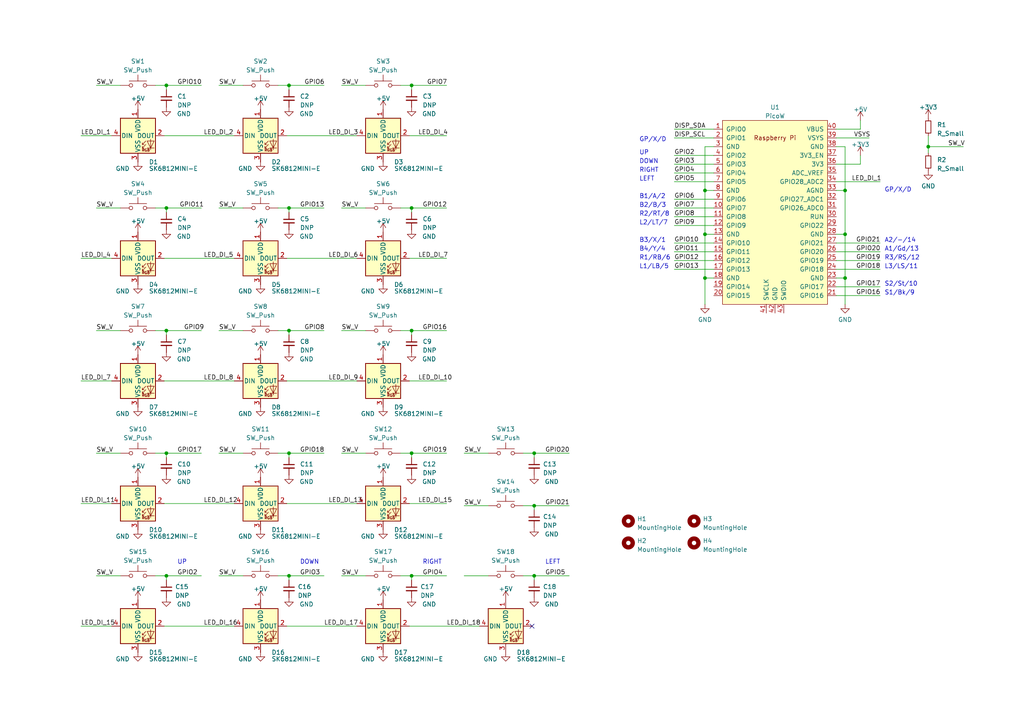
<source format=kicad_sch>
(kicad_sch (version 20230121) (generator eeschema)
  (paper "A4")
  (lib_symbols
    (symbol "Device:C_Small" (pin_numbers hide) (pin_names (offset 0.254) hide)
      (property "Reference" "C" (at 0.254 1.778 0))
      (property "Value" "C_Small" (at 0.254 -2.032 0))
      (symbol "C_Small_0_1"
        (polyline (pts (xy -1.524 -0.508) (xy 1.524 -0.508)) (stroke (width 0.3302)))
        (polyline (pts (xy -1.524 0.508) (xy 1.524 0.508)) (stroke (width 0.3048)))
      )
      (symbol "C_Small_1_1"
        (pin passive line (at 0 2.54 270) (length 2.032) (name "~") (number "1"))
        (pin passive line (at 0 -2.54 90) (length 2.032) (name "~") (number "2"))
      )
    )
    (symbol "Device:R_Small" (pin_numbers hide) (pin_names (offset 0.254) hide)
      (property "Reference" "R" (at 0.762 0.508 0))
      (property "Value" "R_Small" (at 0.762 -1.016 0))
      (symbol "R_Small_0_1"
        (rectangle (start -0.762 1.778) (end 0.762 -1.778) (stroke (width 0.2032)))
      )
      (symbol "R_Small_1_1"
        (pin passive line (at 0 2.54 270) (length 0.762) (name "~") (number "1"))
        (pin passive line (at 0 -2.54 90) (length 0.762) (name "~") (number "2"))
      )
    )
    (symbol "Mechanical:MountingHole" (pin_names (offset 1.016))
      (property "Reference" "H" (at 0 5.08 0))
      (property "Value" "MountingHole" (at 0 3.175 0))
      (symbol "MountingHole_0_1"
        (circle (center 0 0) (radius 1.27) (stroke (width 1.27)))
      )
    )
    (symbol "Switch:SW_Push" (pin_numbers hide) (pin_names (offset 1.016) hide)
      (property "Reference" "SW" (at 1.27 2.54 0))
      (property "Value" "SW_Push" (at 0 -1.524 0))
      (symbol "SW_Push_0_1"
        (circle (center -2.032 0) (radius 0.508))
        (polyline (pts (xy 0 1.27) (xy 0 3.048)))
        (polyline (pts (xy 2.54 1.27) (xy -2.54 1.27)))
        (circle (center 2.032 0) (radius 0.508))
        (pin passive line (at -5.08 0 0) (length 2.54) (name "1") (number "1"))
        (pin passive line (at 5.08 0 180) (length 2.54) (name "2") (number "2"))
      )
    )
    (symbol "pico-xpad-special:PicoW" (pin_names (offset 1.016))
      (property "Reference" "U" (at -13.97 27.94 0))
      (property "Value" "PicoW" (at 0 19.05 0))
      (symbol "PicoW_0_0"
        (text "Raspberry Pi" (at 0 21.59 0) (effects (font (size 1.27 1.27))))
      )
      (symbol "PicoW_0_1"
        (rectangle (start -15.24 26.67) (end 15.24 -26.67) (fill (type background)))
      )
      (symbol "PicoW_1_1"
        (pin bidirectional line (at -17.78 24.13 0) (length 2.54) (name "GPIO0") (number "1"))
        (pin bidirectional line (at -17.78 1.27 0) (length 2.54) (name "GPIO7") (number "10"))
        (pin bidirectional line (at -17.78 -1.27 0) (length 2.54) (name "GPIO8") (number "11"))
        (pin bidirectional line (at -17.78 -3.81 0) (length 2.54) (name "GPIO9") (number "12"))
        (pin power_in line (at -17.78 -6.35 0) (length 2.54) (name "GND") (number "13"))
        (pin bidirectional line (at -17.78 -8.89 0) (length 2.54) (name "GPIO10") (number "14"))
        (pin bidirectional line (at -17.78 -11.43 0) (length 2.54) (name "GPIO11") (number "15"))
        (pin bidirectional line (at -17.78 -13.97 0) (length 2.54) (name "GPIO12") (number "16"))
        (pin bidirectional line (at -17.78 -16.51 0) (length 2.54) (name "GPIO13") (number "17"))
        (pin power_in line (at -17.78 -19.05 0) (length 2.54) (name "GND") (number "18"))
        (pin bidirectional line (at -17.78 -21.59 0) (length 2.54) (name "GPIO14") (number "19"))
        (pin bidirectional line (at -17.78 21.59 0) (length 2.54) (name "GPIO1") (number "2"))
        (pin bidirectional line (at -17.78 -24.13 0) (length 2.54) (name "GPIO15") (number "20"))
        (pin bidirectional line (at 17.78 -24.13 180) (length 2.54) (name "GPIO16") (number "21"))
        (pin bidirectional line (at 17.78 -21.59 180) (length 2.54) (name "GPIO17") (number "22"))
        (pin power_in line (at 17.78 -19.05 180) (length 2.54) (name "GND") (number "23"))
        (pin bidirectional line (at 17.78 -16.51 180) (length 2.54) (name "GPIO18") (number "24"))
        (pin bidirectional line (at 17.78 -13.97 180) (length 2.54) (name "GPIO19") (number "25"))
        (pin bidirectional line (at 17.78 -11.43 180) (length 2.54) (name "GPIO20") (number "26"))
        (pin bidirectional line (at 17.78 -8.89 180) (length 2.54) (name "GPIO21") (number "27"))
        (pin power_in line (at 17.78 -6.35 180) (length 2.54) (name "GND") (number "28"))
        (pin bidirectional line (at 17.78 -3.81 180) (length 2.54) (name "GPIO22") (number "29"))
        (pin power_in line (at -17.78 19.05 0) (length 2.54) (name "GND") (number "3"))
        (pin input line (at 17.78 -1.27 180) (length 2.54) (name "RUN") (number "30"))
        (pin bidirectional line (at 17.78 1.27 180) (length 2.54) (name "GPIO26_ADC0") (number "31"))
        (pin bidirectional line (at 17.78 3.81 180) (length 2.54) (name "GPIO27_ADC1") (number "32"))
        (pin power_in line (at 17.78 6.35 180) (length 2.54) (name "AGND") (number "33"))
        (pin bidirectional line (at 17.78 8.89 180) (length 2.54) (name "GPIO28_ADC2") (number "34"))
        (pin unspecified line (at 17.78 11.43 180) (length 2.54) (name "ADC_VREF") (number "35"))
        (pin unspecified line (at 17.78 13.97 180) (length 2.54) (name "3V3") (number "36"))
        (pin input line (at 17.78 16.51 180) (length 2.54) (name "3V3_EN") (number "37"))
        (pin bidirectional line (at 17.78 19.05 180) (length 2.54) (name "GND") (number "38"))
        (pin unspecified line (at 17.78 21.59 180) (length 2.54) (name "VSYS") (number "39"))
        (pin bidirectional line (at -17.78 16.51 0) (length 2.54) (name "GPIO2") (number "4"))
        (pin unspecified line (at 17.78 24.13 180) (length 2.54) (name "VBUS") (number "40"))
        (pin input line (at -2.54 -29.21 90) (length 2.54) (name "SWCLK") (number "41"))
        (pin power_in line (at 0 -29.21 90) (length 2.54) (name "GND") (number "42"))
        (pin bidirectional line (at 2.54 -29.21 90) (length 2.54) (name "SWDIO") (number "43"))
        (pin bidirectional line (at -17.78 13.97 0) (length 2.54) (name "GPIO3") (number "5"))
        (pin bidirectional line (at -17.78 11.43 0) (length 2.54) (name "GPIO4") (number "6"))
        (pin bidirectional line (at -17.78 8.89 0) (length 2.54) (name "GPIO5") (number "7"))
        (pin power_in line (at -17.78 6.35 0) (length 2.54) (name "GND") (number "8"))
        (pin bidirectional line (at -17.78 3.81 0) (length 2.54) (name "GPIO6") (number "9"))
      )
    )
    (symbol "pico-xpad-special:SK6812MINI-E" (pin_names (offset 0.254))
      (property "Reference" "D" (at 5.08 5.715 0))
      (property "Value" "SK6812MINI-E" (at 1.27 -5.715 0))
      (symbol "SK6812MINI-E_0_0"
        (text "RGB" (at 2.286 -4.191 0) (effects (font (size 0.762 0.762))))
      )
      (symbol "SK6812MINI-E_0_1"
        (polyline (pts (xy 1.27 -3.556) (xy 1.778 -3.556)))
        (polyline (pts (xy 1.27 -2.54) (xy 1.778 -2.54)))
        (polyline (pts (xy 4.699 -3.556) (xy 2.667 -3.556)))
        (polyline (pts (xy 2.286 -2.54) (xy 1.27 -3.556) (xy 1.27 -3.048)))
        (polyline (pts (xy 2.286 -1.524) (xy 1.27 -2.54) (xy 1.27 -2.032)))
        (polyline (pts (xy 3.683 -1.016) (xy 3.683 -3.556) (xy 3.683 -4.064)))
        (polyline (pts (xy 4.699 -1.524) (xy 2.667 -1.524) (xy 3.683 -3.556) (xy 4.699 -1.524)))
        (rectangle (start 5.08 5.08) (end -5.08 -5.08) (stroke (width 0.254)) (fill (type background)))
      )
      (symbol "SK6812MINI-E_1_1"
        (pin power_in line (at 0 7.62 270) (length 2.54) (name "VDD") (number "1"))
        (pin output line (at 7.62 0 180) (length 2.54) (name "DOUT") (number "2"))
        (pin power_in line (at 0 -7.62 90) (length 2.54) (name "VSS") (number "3"))
        (pin input line (at -7.62 0 0) (length 2.54) (name "DIN") (number "4"))
      )
    )
    (symbol "power:+3V3" (power) (pin_names (offset 0))
      (property "Value" "+3V3" (at 0 3.556 0))
      (symbol "+3V3_0_1"
        (polyline (pts (xy -0.762 1.27) (xy 0 2.54)))
        (polyline (pts (xy 0 0) (xy 0 2.54)))
        (polyline (pts (xy 0 2.54) (xy 0.762 1.27)))
      )
      (symbol "+3V3_1_1"
        (pin power_in line (at 0 0 90) (length 0) hide (name "+3V3") (number "1"))
      )
    )
    (symbol "power:+5V" (power) (pin_names (offset 0))
      (property "Value" "+5V" (at 0 3.556 0))
      (symbol "+5V_0_1"
        (polyline (pts (xy -0.762 1.27) (xy 0 2.54)))
        (polyline (pts (xy 0 0) (xy 0 2.54)))
        (polyline (pts (xy 0 2.54) (xy 0.762 1.27)))
      )
      (symbol "+5V_1_1"
        (pin power_in line (at 0 0 90) (length 0) hide (name "+5V") (number "1"))
      )
    )
    (symbol "power:GND" (power) (pin_names (offset 0))
      (property "Value" "GND" (at 0 -3.81 0))
      (symbol "GND_0_1"
        (polyline (pts (xy 0 0) (xy 0 -1.27) (xy 1.27 -1.27) (xy 0 -2.54) (xy -1.27 -1.27) (xy 0 -1.27)))
      )
      (symbol "GND_1_1"
        (pin power_in line (at 0 0 270) (length 0) hide (name "GND") (number "1"))
      )
    )
  )
  (junction (at 245.11 67.945))
  (junction (at 83.82 24.765))
  (junction (at 204.47 80.645))
  (junction (at 119.38 167.005))
  (junction (at 48.26 24.765))
  (junction (at 245.11 80.645))
  (junction (at 119.38 131.445))
  (junction (at 83.82 60.325))
  (junction (at 119.38 95.885))
  (junction (at 154.94 131.445))
  (junction (at 245.11 55.245))
  (junction (at 204.47 55.245))
  (junction (at 119.38 60.325))
  (junction (at 48.26 60.325))
  (junction (at 154.94 146.685))
  (junction (at 83.82 167.005))
  (junction (at 83.82 131.445))
  (junction (at 48.26 95.885))
  (junction (at 204.47 67.945))
  (junction (at 48.26 167.005))
  (junction (at 48.26 131.445))
  (junction (at 154.94 167.005))
  (junction (at 83.82 95.885))
  (junction (at 269.24 42.545))
  (junction (at 119.38 24.765))
  (no_connect (at 154.305 181.61))
  (wire (pts (xy 83.82 131.445) (xy 93.98 131.445)))
  (wire (pts (xy 83.82 24.765) (xy 93.98 24.765)))
  (wire (pts (xy 83.185 74.93) (xy 103.505 74.93)))
  (wire (pts (xy 195.58 62.865) (xy 207.01 62.865)))
  (wire (pts (xy 119.38 60.325) (xy 129.54 60.325)))
  (wire (pts (xy 195.58 73.025) (xy 207.01 73.025)))
  (wire (pts (xy 23.495 74.93) (xy 32.385 74.93)))
  (wire (pts (xy 195.58 47.625) (xy 207.01 47.625)))
  (wire (pts (xy 23.495 39.37) (xy 32.385 39.37)))
  (wire (pts (xy 119.38 131.445) (xy 129.54 131.445)))
  (wire (pts (xy 195.58 70.485) (xy 207.01 70.485)))
  (wire (pts (xy 99.06 131.445) (xy 106.045 131.445)))
  (wire (pts (xy 154.94 146.685) (xy 165.1 146.685)))
  (wire (pts (xy 249.555 34.925) (xy 249.555 37.465)))
  (wire (pts (xy 27.94 167.005) (xy 34.925 167.005)))
  (wire (pts (xy 83.82 60.325) (xy 83.82 61.595)))
  (wire (pts (xy 48.26 131.445) (xy 48.26 132.715)))
  (wire (pts (xy 119.38 95.885) (xy 129.54 95.885)))
  (wire (pts (xy 119.38 95.885) (xy 119.38 97.155)))
  (wire (pts (xy 83.82 60.325) (xy 93.98 60.325)))
  (wire (pts (xy 48.26 167.005) (xy 48.26 168.275)))
  (wire (pts (xy 154.94 131.445) (xy 165.1 131.445)))
  (wire (pts (xy 27.94 95.885) (xy 34.925 95.885)))
  (wire (pts (xy 83.185 39.37) (xy 103.505 39.37)))
  (wire (pts (xy 116.205 95.885) (xy 119.38 95.885)))
  (wire (pts (xy 119.38 167.005) (xy 129.54 167.005)))
  (wire (pts (xy 80.645 95.885) (xy 83.82 95.885)))
  (wire (pts (xy 204.47 80.645) (xy 207.01 80.645)))
  (wire (pts (xy 80.645 60.325) (xy 83.82 60.325)))
  (wire (pts (xy 119.38 24.765) (xy 129.54 24.765)))
  (wire (pts (xy 47.625 110.49) (xy 67.945 110.49)))
  (wire (pts (xy 45.085 95.885) (xy 48.26 95.885)))
  (wire (pts (xy 242.57 70.485) (xy 255.27 70.485)))
  (wire (pts (xy 47.625 146.05) (xy 67.945 146.05)))
  (wire (pts (xy 242.57 75.565) (xy 255.27 75.565)))
  (wire (pts (xy 83.82 95.885) (xy 83.82 97.155)))
  (wire (pts (xy 195.58 75.565) (xy 207.01 75.565)))
  (wire (pts (xy 195.58 37.465) (xy 207.01 37.465)))
  (wire (pts (xy 245.11 67.945) (xy 245.11 55.245)))
  (wire (pts (xy 80.645 131.445) (xy 83.82 131.445)))
  (wire (pts (xy 48.26 60.325) (xy 58.42 60.325)))
  (wire (pts (xy 116.205 131.445) (xy 119.38 131.445)))
  (wire (pts (xy 204.47 55.245) (xy 204.47 42.545)))
  (wire (pts (xy 204.47 42.545) (xy 207.01 42.545)))
  (wire (pts (xy 207.01 45.085) (xy 195.58 45.085)))
  (wire (pts (xy 63.5 131.445) (xy 70.485 131.445)))
  (wire (pts (xy 63.5 24.765) (xy 70.485 24.765)))
  (wire (pts (xy 118.745 146.05) (xy 129.54 146.05)))
  (wire (pts (xy 269.24 39.37) (xy 269.24 42.545)))
  (wire (pts (xy 151.765 131.445) (xy 154.94 131.445)))
  (wire (pts (xy 134.62 146.685) (xy 141.605 146.685)))
  (wire (pts (xy 118.745 181.61) (xy 139.065 181.61)))
  (wire (pts (xy 45.085 131.445) (xy 48.26 131.445)))
  (wire (pts (xy 154.94 167.005) (xy 165.1 167.005)))
  (wire (pts (xy 99.06 60.325) (xy 106.045 60.325)))
  (wire (pts (xy 83.82 95.885) (xy 93.98 95.885)))
  (wire (pts (xy 245.11 55.245) (xy 242.57 55.245)))
  (wire (pts (xy 45.085 60.325) (xy 48.26 60.325)))
  (wire (pts (xy 204.47 88.265) (xy 204.47 80.645)))
  (wire (pts (xy 151.765 146.685) (xy 154.94 146.685)))
  (wire (pts (xy 47.625 74.93) (xy 67.945 74.93)))
  (wire (pts (xy 116.205 24.765) (xy 119.38 24.765)))
  (wire (pts (xy 45.085 24.765) (xy 48.26 24.765)))
  (wire (pts (xy 269.24 42.545) (xy 269.24 44.45)))
  (wire (pts (xy 48.26 95.885) (xy 58.42 95.885)))
  (wire (pts (xy 154.94 167.005) (xy 154.94 168.275)))
  (wire (pts (xy 118.745 74.93) (xy 129.54 74.93)))
  (wire (pts (xy 119.38 24.765) (xy 119.38 26.035)))
  (wire (pts (xy 245.11 80.645) (xy 245.11 67.945)))
  (wire (pts (xy 48.26 131.445) (xy 58.42 131.445)))
  (wire (pts (xy 249.555 47.625) (xy 242.57 47.625)))
  (wire (pts (xy 242.57 42.545) (xy 245.11 42.545)))
  (wire (pts (xy 27.94 24.765) (xy 34.925 24.765)))
  (wire (pts (xy 23.495 110.49) (xy 32.385 110.49)))
  (wire (pts (xy 27.94 131.445) (xy 34.925 131.445)))
  (wire (pts (xy 119.38 60.325) (xy 119.38 61.595)))
  (wire (pts (xy 48.26 95.885) (xy 48.26 97.155)))
  (wire (pts (xy 48.26 60.325) (xy 48.26 61.595)))
  (wire (pts (xy 116.205 167.005) (xy 119.38 167.005)))
  (wire (pts (xy 83.82 24.765) (xy 83.82 26.035)))
  (wire (pts (xy 63.5 167.005) (xy 70.485 167.005)))
  (wire (pts (xy 116.205 60.325) (xy 119.38 60.325)))
  (wire (pts (xy 118.745 110.49) (xy 129.54 110.49)))
  (wire (pts (xy 83.185 110.49) (xy 103.505 110.49)))
  (wire (pts (xy 204.47 67.945) (xy 204.47 55.245)))
  (wire (pts (xy 195.58 78.105) (xy 207.01 78.105)))
  (wire (pts (xy 195.58 52.705) (xy 207.01 52.705)))
  (wire (pts (xy 47.625 181.61) (xy 67.945 181.61)))
  (wire (pts (xy 195.58 50.165) (xy 207.01 50.165)))
  (wire (pts (xy 249.555 45.085) (xy 249.555 47.625)))
  (wire (pts (xy 154.94 146.685) (xy 154.94 147.955)))
  (wire (pts (xy 245.11 88.265) (xy 245.11 80.645)))
  (wire (pts (xy 80.645 167.005) (xy 83.82 167.005)))
  (wire (pts (xy 242.57 78.105) (xy 255.27 78.105)))
  (wire (pts (xy 154.94 131.445) (xy 154.94 132.715)))
  (wire (pts (xy 48.26 24.765) (xy 48.26 26.035)))
  (wire (pts (xy 245.11 80.645) (xy 242.57 80.645)))
  (wire (pts (xy 23.495 181.61) (xy 32.385 181.61)))
  (wire (pts (xy 83.82 131.445) (xy 83.82 132.715)))
  (wire (pts (xy 134.62 167.005) (xy 141.605 167.005)))
  (wire (pts (xy 204.47 55.245) (xy 207.01 55.245)))
  (wire (pts (xy 99.06 95.885) (xy 106.045 95.885)))
  (wire (pts (xy 242.57 73.025) (xy 255.27 73.025)))
  (wire (pts (xy 245.11 55.245) (xy 245.11 42.545)))
  (wire (pts (xy 99.06 167.005) (xy 106.045 167.005)))
  (wire (pts (xy 151.765 167.005) (xy 154.94 167.005)))
  (wire (pts (xy 83.82 167.005) (xy 83.82 168.275)))
  (wire (pts (xy 242.57 40.005) (xy 252.095 40.005)))
  (wire (pts (xy 119.38 131.445) (xy 119.38 132.715)))
  (wire (pts (xy 83.185 146.05) (xy 103.505 146.05)))
  (wire (pts (xy 63.5 60.325) (xy 70.485 60.325)))
  (wire (pts (xy 195.58 40.005) (xy 207.01 40.005)))
  (wire (pts (xy 249.555 37.465) (xy 242.57 37.465)))
  (wire (pts (xy 204.47 80.645) (xy 204.47 67.945)))
  (wire (pts (xy 195.58 65.405) (xy 207.01 65.405)))
  (wire (pts (xy 195.58 57.785) (xy 207.01 57.785)))
  (wire (pts (xy 195.58 60.325) (xy 207.01 60.325)))
  (wire (pts (xy 245.11 67.945) (xy 242.57 67.945)))
  (wire (pts (xy 118.745 39.37) (xy 129.54 39.37)))
  (wire (pts (xy 269.24 42.545) (xy 279.4 42.545)))
  (wire (pts (xy 242.57 83.185) (xy 255.27 83.185)))
  (wire (pts (xy 63.5 95.885) (xy 70.485 95.885)))
  (wire (pts (xy 47.625 39.37) (xy 67.945 39.37)))
  (wire (pts (xy 119.38 167.005) (xy 119.38 168.275)))
  (wire (pts (xy 83.82 167.005) (xy 93.98 167.005)))
  (wire (pts (xy 48.26 167.005) (xy 58.42 167.005)))
  (wire (pts (xy 83.185 181.61) (xy 103.505 181.61)))
  (wire (pts (xy 242.57 52.705) (xy 255.27 52.705)))
  (wire (pts (xy 204.47 67.945) (xy 207.01 67.945)))
  (wire (pts (xy 134.62 131.445) (xy 141.605 131.445)))
  (wire (pts (xy 23.495 146.05) (xy 32.385 146.05)))
  (wire (pts (xy 27.94 60.325) (xy 34.925 60.325)))
  (wire (pts (xy 80.645 24.765) (xy 83.82 24.765)))
  (wire (pts (xy 45.085 167.005) (xy 48.26 167.005)))
  (wire (pts (xy 242.57 85.725) (xy 255.27 85.725)))
  (wire (pts (xy 99.06 24.765) (xy 106.045 24.765)))
  (wire (pts (xy 48.26 24.765) (xy 58.42 24.765)))
  (text "R3/RS/12" (at 256.54 75.565 0) (effects (font (size 1.27 1.27)) (justify left bottom)))
  (text "DOWN" (at 185.42 47.625 0) (effects (font (size 1.27 1.27)) (justify left bottom)))
  (text "B2/B/3" (at 185.42 60.325 0) (effects (font (size 1.27 1.27)) (justify left bottom)))
  (text "LEFT" (at 158.115 163.83 0) (effects (font (size 1.27 1.27)) (justify left bottom)))
  (text "UP" (at 51.435 163.83 0) (effects (font (size 1.27 1.27)) (justify left bottom)))
  (text "RIGHT" (at 122.555 163.83 0) (effects (font (size 1.27 1.27)) (justify left bottom)))
  (text "RIGHT" (at 185.42 50.165 0) (effects (font (size 1.27 1.27)) (justify left bottom)))
  (text "GP/X/D" (at 185.42 41.275 0) (effects (font (size 1.27 1.27)) (justify left bottom)))
  (text "A2/-/14" (at 256.54 70.485 0) (effects (font (size 1.27 1.27)) (justify left bottom)))
  (text "DOWN" (at 86.995 163.83 0) (effects (font (size 1.27 1.27)) (justify left bottom)))
  (text "S2/St/10" (at 256.54 83.185 0) (effects (font (size 1.27 1.27)) (justify left bottom)))
  (text "L2/LT/7" (at 185.42 65.405 0) (effects (font (size 1.27 1.27)) (justify left bottom)))
  (text "B4/Y/4" (at 185.42 73.025 0) (effects (font (size 1.27 1.27)) (justify left bottom)))
  (text "R1/RB/6" (at 185.42 75.565 0) (effects (font (size 1.27 1.27)) (justify left bottom)))
  (text "UP" (at 185.42 45.085 0) (effects (font (size 1.27 1.27)) (justify left bottom)))
  (text "B3/X/1" (at 185.42 70.485 0) (effects (font (size 1.27 1.27)) (justify left bottom)))
  (text "GP/X/D" (at 256.54 55.88 0) (effects (font (size 1.27 1.27)) (justify left bottom)))
  (text "R2/RT/8" (at 185.42 62.865 0) (effects (font (size 1.27 1.27)) (justify left bottom)))
  (text "LEFT" (at 185.42 52.705 0) (effects (font (size 1.27 1.27)) (justify left bottom)))
  (text "L3/LS/11" (at 256.54 78.105 0) (effects (font (size 1.27 1.27)) (justify left bottom)))
  (text "B1/A/2" (at 185.42 57.785 0) (effects (font (size 1.27 1.27)) (justify left bottom)))
  (text "A1/Gd/13" (at 256.54 73.025 0) (effects (font (size 1.27 1.27)) (justify left bottom)))
  (text "S1/Bk/9" (at 256.54 85.725 0) (effects (font (size 1.27 1.27)) (justify left bottom)))
  (text "L1/LB/5" (at 185.42 78.105 0) (effects (font (size 1.27 1.27)) (justify left bottom)))
  (label "GPIO18" (at 86.995 131.445 0))
  (label "SW_V" (at 274.955 42.545 0))
  (label "SW_V" (at 99.06 95.885 0))
  (label "LED_DI_9" (at 95.25 110.49 0))
  (label "DISP_SCL" (at 195.58 40.005 0))
  (label "GPIO9" (at 195.58 65.405 0))
  (label "SW_V" (at 63.5 131.445 0))
  (label "LED_DI_3" (at 95.25 39.37 0))
  (label "LED_DI_10" (at 121.285 110.49 0))
  (label "GPIO7" (at 195.58 60.325 0))
  (label "LED_DI_5" (at 59.055 74.93 0))
  (label "GPIO12" (at 122.555 60.325 0))
  (label "LED_DI_1" (at 247.015 52.705 0))
  (label "GPIO8" (at 88.265 95.885 0))
  (label "SW_V" (at 63.5 24.765 0))
  (label "GPIO6" (at 195.58 57.785 0))
  (label "LED_DI_13" (at 95.25 146.05 0))
  (label "LED_DI_16" (at 59.055 181.61 0))
  (label "LED_DI_15" (at 121.285 146.05 0))
  (label "VSYS" (at 247.65 40.005 0))
  (label "GPIO6" (at 88.265 24.765 0))
  (label "LED_DI_8" (at 59.055 110.49 0))
  (label "DISP_SDA" (at 195.58 37.465 0))
  (label "GPIO17" (at 51.435 131.445 0))
  (label "SW_V" (at 134.62 146.685 0))
  (label "LED_DI_7" (at 23.495 110.49 0))
  (label "LED_DI_4" (at 23.495 74.93 0))
  (label "LED_DI_2" (at 59.055 39.37 0))
  (label "SW_V" (at 99.06 131.445 0))
  (label "LED_DI_11" (at 23.495 146.05 0))
  (label "GPIO16" (at 122.555 95.885 0))
  (label "GPIO11" (at 195.58 73.025 0))
  (label "LED_DI_18" (at 129.54 181.61 0))
  (label "GPIO7" (at 123.825 24.765 0))
  (label "GPIO5" (at 195.58 52.705 0))
  (label "GPIO13" (at 195.58 78.105 0))
  (label "GPIO5" (at 158.115 167.005 0))
  (label "GPIO11" (at 52.07 60.325 0))
  (label "GPIO3" (at 86.995 167.005 0))
  (label "SW_V" (at 27.94 167.005 0))
  (label "SW_V" (at 63.5 167.005 0))
  (label "GPIO20" (at 248.285 73.025 0))
  (label "SW_V" (at 99.06 167.005 0))
  (label "GPIO2" (at 195.58 45.085 0))
  (label "GPIO18" (at 248.285 78.105 0))
  (label "LED_DI_6" (at 95.25 74.93 0))
  (label "GPIO20" (at 158.115 131.445 0))
  (label "GPIO4" (at 122.555 167.005 0))
  (label "GPIO17" (at 248.285 83.185 0))
  (label "SW_V" (at 63.5 60.325 0))
  (label "GPIO10" (at 51.435 24.765 0))
  (label "GPIO19" (at 122.555 131.445 0))
  (label "SW_V" (at 134.62 131.445 0))
  (label "LED_DI_4" (at 121.285 39.37 0))
  (label "SW_V" (at 99.06 60.325 0))
  (label "GPIO21" (at 248.285 70.485 0))
  (label "GPIO8" (at 195.58 62.865 0))
  (label "SW_V" (at 27.94 24.765 0))
  (label "GPIO9" (at 53.34 95.885 0))
  (label "LED_DI_7" (at 121.285 74.93 0))
  (label "LED_DI_15" (at 23.495 181.61 0))
  (label "GPIO3" (at 195.58 47.625 0))
  (label "SW_V" (at 99.06 24.765 0))
  (label "SW_V" (at 27.94 95.885 0))
  (label "LED_DI_1" (at 23.495 39.37 0))
  (label "LED_DI_12" (at 59.055 146.05 0))
  (label "GPIO16" (at 248.285 85.725 0))
  (label "SW_V" (at 63.5 95.885 0))
  (label "GPIO4" (at 195.58 50.165 0))
  (label "LED_DI_17" (at 93.98 181.61 0))
  (label "GPIO2" (at 51.435 167.005 0))
  (label "GPIO12" (at 195.58 75.565 0))
  (label "SW_V" (at 27.94 60.325 0))
  (label "GPIO13" (at 86.995 60.325 0))
  (label "GPIO19" (at 248.285 75.565 0))
  (label "GPIO10" (at 195.58 70.485 0))
  (label "GPIO21" (at 158.115 146.685 0))
  (label "SW_V" (at 27.94 131.445 0))
  (symbol (lib_id "power:GND") (at 75.565 46.99 0) (unit 1)
    (property "Reference" "#PWR04" (effects hide))
    (property "Value" "GND" (at 71.12 48.895 0))
  )
  (symbol (lib_id "power:GND") (at 111.125 153.67 0) (unit 1)
    (property "Reference" "#PWR041" (effects hide))
    (property "Value" "GND" (at 106.68 155.575 0))
  )
  (symbol (lib_id "Device:C_Small") (at 48.26 28.575 0) (unit 1)
    (property "Reference" "C1" (at 51.435 27.9463 0) (effects (justify left)))
    (property "Value" "DNP" (at 51.435 30.4863 0) (effects (justify left)))
    (property "Footprint" "Capacitor_SMD:C_0805_2012Metric" (effects hide))
  )
  (symbol (lib_id "Device:C_Small") (at 119.38 170.815 0) (unit 1)
    (property "Reference" "C17" (at 121.92 170.1863 0) (effects (justify left)))
    (property "Value" "DNP" (at 121.92 172.7263 0) (effects (justify left)))
    (property "Footprint" "Capacitor_SMD:C_0805_2012Metric" (effects hide))
  )
  (symbol (lib_id "Device:C_Small") (at 48.26 99.695 0) (unit 1)
    (property "Reference" "C7" (at 51.435 99.0663 0) (effects (justify left)))
    (property "Value" "DNP" (at 51.435 101.6063 0) (effects (justify left)))
    (property "Footprint" "Capacitor_SMD:C_0805_2012Metric" (effects hide))
  )
  (symbol (lib_id "power:GND") (at 40.005 118.11 0) (unit 1)
    (property "Reference" "#PWR026" (effects hide))
    (property "Value" "GND" (at 35.56 120.015 0))
  )
  (symbol (lib_id "pico-xpad-special:SK6812MINI-E") (at 75.565 39.37 0) (unit 1)
    (property "Reference" "D2" (at 78.74 46.99 0) (effects (justify left)))
    (property "Value" "SK6812MINI-E" (at 78.74 48.895 0) (effects (justify left)))
    (property "Footprint" "pico-xpad-special:LED_SK6812MINI-E_PLCC4_3.5x3.5mm_P1.75mm" (effects hide))
    (property "Datasheet" "https://cdn-shop.adafruit.com/product-files/4960/4960_SK6812MINI-E_REV02_EN.pdf" (effects hide))
  )
  (symbol (lib_id "power:GND") (at 83.82 102.235 0) (unit 1)
    (property "Reference" "#PWR030" (effects hide))
    (property "Value" "GND" (at 88.9 104.14 0))
  )
  (symbol (lib_id "power:+5V") (at 40.005 67.31 0) (unit 1)
    (property "Reference" "#PWR016" (effects hide))
    (property "Value" "+5V" (at 40.005 64.135 0))
  )
  (symbol (lib_id "pico-xpad-special:SK6812MINI-E") (at 75.565 181.61 0) (unit 1)
    (property "Reference" "D16" (at 78.74 189.23 0) (effects (justify left)))
    (property "Value" "SK6812MINI-E" (at 78.74 191.135 0) (effects (justify left)))
    (property "Footprint" "pico-xpad-special:LED_SK6812MINI-E_PLCC4_3.5x3.5mm_P1.75mm" (effects hide))
    (property "Datasheet" "https://cdn-shop.adafruit.com/product-files/4960/4960_SK6812MINI-E_REV02_EN.pdf" (effects hide))
  )
  (symbol (lib_id "power:GND") (at 48.26 137.795 0) (unit 1)
    (property "Reference" "#PWR036" (effects hide))
    (property "Value" "GND" (at 53.34 139.7 0))
  )
  (symbol (lib_id "pico-xpad-special:SK6812MINI-E") (at 40.005 39.37 0) (unit 1)
    (property "Reference" "D1" (at 43.18 46.99 0) (effects (justify left)))
    (property "Value" "SK6812MINI-E" (at 43.18 48.895 0) (effects (justify left)))
    (property "Footprint" "pico-xpad-special:LED_SK6812MINI-E_PLCC4_3.5x3.5mm_P1.75mm" (effects hide))
    (property "Datasheet" "https://cdn-shop.adafruit.com/product-files/4960/4960_SK6812MINI-E_REV02_EN.pdf" (effects hide))
  )
  (symbol (lib_id "Switch:SW_Push") (at 75.565 60.325 0) (unit 1)
    (property "Reference" "SW5" (at 75.565 53.34 0))
    (property "Value" "SW_Push" (at 75.565 55.88 0))
    (property "Footprint" "pico-xpad-special:Keyswitch_Hotswap_Kailh_1.00u" (effects hide))
  )
  (symbol (lib_id "pico-xpad-special:SK6812MINI-E") (at 40.005 110.49 0) (unit 1)
    (property "Reference" "D7" (at 43.18 118.11 0) (effects (justify left)))
    (property "Value" "SK6812MINI-E" (at 43.18 120.015 0) (effects (justify left)))
    (property "Footprint" "pico-xpad-special:LED_SK6812MINI-E_PLCC4_3.5x3.5mm_P1.75mm" (effects hide))
    (property "Datasheet" "https://cdn-shop.adafruit.com/product-files/4960/4960_SK6812MINI-E_REV02_EN.pdf" (effects hide))
  )
  (symbol (lib_id "Switch:SW_Push") (at 75.565 131.445 0) (unit 1)
    (property "Reference" "SW11" (at 75.565 124.46 0))
    (property "Value" "SW_Push" (at 75.565 127 0))
    (property "Footprint" "pico-xpad-special:Keyswitch_Hotswap_Kailh_1.00u" (effects hide))
  )
  (symbol (lib_id "Switch:SW_Push") (at 75.565 24.765 0) (unit 1)
    (property "Reference" "SW2" (at 75.565 17.78 0))
    (property "Value" "SW_Push" (at 75.565 20.32 0))
    (property "Footprint" "pico-xpad-special:Keyswitch_Hotswap_Kailh_1.00u" (effects hide))
  )
  (symbol (lib_id "Mechanical:MountingHole") (at 182.245 151.13 0) (unit 1)
    (property "Reference" "H1" (at 184.785 150.495 0) (effects (justify left)))
    (property "Value" "MountingHole" (at 184.785 153.035 0) (effects (justify left)))
  )
  (symbol (lib_id "power:GND") (at 111.125 189.23 0) (unit 1)
    (property "Reference" "#PWR050" (effects hide))
    (property "Value" "GND" (at 106.68 191.135 0))
  )
  (symbol (lib_id "power:+5V") (at 40.005 102.87 0) (unit 1)
    (property "Reference" "#PWR025" (effects hide))
    (property "Value" "+5V" (at 40.005 99.695 0))
  )
  (symbol (lib_id "Device:C_Small") (at 154.94 135.255 0) (unit 1)
    (property "Reference" "C13" (at 157.48 134.6263 0) (effects (justify left)))
    (property "Value" "DNP" (at 157.48 137.1663 0) (effects (justify left)))
    (property "Footprint" "Capacitor_SMD:C_0805_2012Metric" (effects hide))
  )
  (symbol (lib_id "Switch:SW_Push") (at 40.005 95.885 0) (unit 1)
    (property "Reference" "SW7" (at 40.005 88.9 0))
    (property "Value" "SW_Push" (at 40.005 91.44 0))
    (property "Footprint" "pico-xpad-special:Keyswitch_Hotswap_Kailh_1.00u" (effects hide))
  )
  (symbol (lib_id "power:+5V") (at 111.125 173.99 0) (unit 1)
    (property "Reference" "#PWR049" (effects hide))
    (property "Value" "+5V" (at 111.125 170.815 0))
  )
  (symbol (lib_id "power:GND") (at 119.38 66.675 0) (unit 1)
    (property "Reference" "#PWR024" (effects hide))
    (property "Value" "GND" (at 124.46 68.58 0))
  )
  (symbol (lib_id "power:GND") (at 48.26 31.115 0) (unit 1)
    (property "Reference" "#PWR02" (effects hide))
    (property "Value" "GND" (at 53.34 33.02 0))
  )
  (symbol (lib_id "Mechanical:MountingHole") (at 201.295 151.13 0) (unit 1)
    (property "Reference" "H3" (at 203.835 150.495 0) (effects (justify left)))
    (property "Value" "MountingHole" (at 203.835 153.035 0) (effects (justify left)))
  )
  (symbol (lib_id "Device:C_Small") (at 83.82 99.695 0) (unit 1)
    (property "Reference" "C8" (at 86.995 99.0663 0) (effects (justify left)))
    (property "Value" "DNP" (at 86.995 101.6063 0) (effects (justify left)))
    (property "Footprint" "Capacitor_SMD:C_0805_2012Metric" (effects hide))
  )
  (symbol (lib_id "Switch:SW_Push") (at 146.685 146.685 0) (unit 1)
    (property "Reference" "SW14" (at 146.685 139.7 0))
    (property "Value" "SW_Push" (at 146.685 142.24 0))
    (property "Footprint" "Button_Switch_SMD:SW_SPST_TL3342" (effects hide))
  )
  (symbol (lib_id "Switch:SW_Push") (at 75.565 167.005 0) (unit 1)
    (property "Reference" "SW16" (at 75.565 160.02 0))
    (property "Value" "SW_Push" (at 75.565 162.56 0))
    (property "Footprint" "pico-xpad-special:Keyswitch_Hotswap_Kailh_1.00u" (effects hide))
  )
  (symbol (lib_id "Switch:SW_Push") (at 40.005 60.325 0) (unit 1)
    (property "Reference" "SW4" (at 40.005 53.34 0))
    (property "Value" "SW_Push" (at 40.005 55.88 0))
    (property "Footprint" "pico-xpad-special:Keyswitch_Hotswap_Kailh_1.00u" (effects hide))
  )
  (symbol (lib_id "power:GND") (at 75.565 189.23 0) (unit 1)
    (property "Reference" "#PWR047" (effects hide))
    (property "Value" "GND" (at 71.12 191.135 0))
  )
  (symbol (lib_id "Device:C_Small") (at 154.94 150.495 0) (unit 1)
    (property "Reference" "C14" (at 157.48 149.8663 0) (effects (justify left)))
    (property "Value" "DNP" (at 157.48 152.4063 0) (effects (justify left)))
    (property "Footprint" "Capacitor_SMD:C_0805_2012Metric" (effects hide))
  )
  (symbol (lib_id "power:GND") (at 119.38 137.795 0) (unit 1)
    (property "Reference" "#PWR042" (effects hide))
    (property "Value" "GND" (at 124.46 139.7 0))
  )
  (symbol (lib_id "power:GND") (at 245.11 88.265 0) (unit 1)
    (property "Reference" "#PWR06" (effects hide))
    (property "Value" "GND" (at 245.11 92.71 0))
  )
  (symbol (lib_id "power:GND") (at 40.005 82.55 0) (unit 1)
    (property "Reference" "#PWR017" (effects hide))
    (property "Value" "GND" (at 35.56 84.455 0))
  )
  (symbol (lib_id "power:GND") (at 111.125 46.99 0) (unit 1)
    (property "Reference" "#PWR011" (effects hide))
    (property "Value" "GND" (at 106.68 48.895 0))
  )
  (symbol (lib_id "pico-xpad-special:SK6812MINI-E") (at 111.125 181.61 0) (unit 1)
    (property "Reference" "D17" (at 114.3 189.23 0) (effects (justify left)))
    (property "Value" "SK6812MINI-E" (at 114.3 191.135 0) (effects (justify left)))
    (property "Footprint" "pico-xpad-special:LED_SK6812MINI-E_PLCC4_3.5x3.5mm_P1.75mm" (effects hide))
    (property "Datasheet" "https://cdn-shop.adafruit.com/product-files/4960/4960_SK6812MINI-E_REV02_EN.pdf" (effects hide))
  )
  (symbol (lib_id "power:GND") (at 40.005 46.99 0) (unit 1)
    (property "Reference" "#PWR01" (effects hide))
    (property "Value" "GND" (at 35.56 48.895 0))
  )
  (symbol (lib_id "power:GND") (at 75.565 82.55 0) (unit 1)
    (property "Reference" "#PWR020" (effects hide))
    (property "Value" "GND" (at 71.12 84.455 0))
  )
  (symbol (lib_id "power:GND") (at 48.26 66.675 0) (unit 1)
    (property "Reference" "#PWR018" (effects hide))
    (property "Value" "GND" (at 53.34 68.58 0))
  )
  (symbol (lib_id "power:GND") (at 40.005 153.67 0) (unit 1)
    (property "Reference" "#PWR035" (effects hide))
    (property "Value" "GND" (at 35.56 155.575 0))
  )
  (symbol (lib_id "power:GND") (at 48.26 102.235 0) (unit 1)
    (property "Reference" "#PWR027" (effects hide))
    (property "Value" "GND" (at 53.34 104.14 0))
  )
  (symbol (lib_id "power:GND") (at 119.38 173.355 0) (unit 1)
    (property "Reference" "#PWR051" (effects hide))
    (property "Value" "GND" (at 124.46 175.26 0))
  )
  (symbol (lib_id "Device:C_Small") (at 48.26 135.255 0) (unit 1)
    (property "Reference" "C10" (at 51.435 134.6263 0) (effects (justify left)))
    (property "Value" "DNP" (at 51.435 137.1663 0) (effects (justify left)))
    (property "Footprint" "Capacitor_SMD:C_0805_2012Metric" (effects hide))
  )
  (symbol (lib_id "Switch:SW_Push") (at 111.125 95.885 0) (unit 1)
    (property "Reference" "SW9" (at 111.125 88.9 0))
    (property "Value" "SW_Push" (at 111.125 91.44 0))
    (property "Footprint" "pico-xpad-special:Keyswitch_Hotswap_Kailh_1.00u" (effects hide))
  )
  (symbol (lib_id "power:+5V") (at 249.555 34.925 0) (unit 1)
    (property "Reference" "#PWR08" (effects hide))
    (property "Value" "+5V" (at 249.555 31.75 0))
  )
  (symbol (lib_id "power:GND") (at 119.38 102.235 0) (unit 1)
    (property "Reference" "#PWR033" (effects hide))
    (property "Value" "GND" (at 124.46 104.14 0))
  )
  (symbol (lib_id "Switch:SW_Push") (at 40.005 131.445 0) (unit 1)
    (property "Reference" "SW10" (at 40.005 124.46 0))
    (property "Value" "SW_Push" (at 40.005 127 0))
    (property "Footprint" "pico-xpad-special:Keyswitch_Hotswap_Kailh_1.00u" (effects hide))
  )
  (symbol (lib_id "power:GND") (at 269.24 49.53 0) (unit 1)
    (property "Reference" "#PWR03" (effects hide))
    (property "Value" "GND" (at 269.24 53.975 0))
  )
  (symbol (lib_id "power:+5V") (at 111.125 102.87 0) (unit 1)
    (property "Reference" "#PWR031" (effects hide))
    (property "Value" "+5V" (at 111.125 99.695 0))
  )
  (symbol (lib_id "pico-xpad-special:SK6812MINI-E") (at 111.125 110.49 0) (unit 1)
    (property "Reference" "D9" (at 114.3 118.11 0) (effects (justify left)))
    (property "Value" "SK6812MINI-E" (at 114.3 120.015 0) (effects (justify left)))
    (property "Footprint" "pico-xpad-special:LED_SK6812MINI-E_PLCC4_3.5x3.5mm_P1.75mm" (effects hide))
    (property "Datasheet" "https://cdn-shop.adafruit.com/product-files/4960/4960_SK6812MINI-E_REV02_EN.pdf" (effects hide))
  )
  (symbol (lib_id "pico-xpad-special:SK6812MINI-E") (at 111.125 74.93 0) (unit 1)
    (property "Reference" "D6" (at 114.3 82.55 0) (effects (justify left)))
    (property "Value" "SK6812MINI-E" (at 114.3 84.455 0) (effects (justify left)))
    (property "Footprint" "pico-xpad-special:LED_SK6812MINI-E_PLCC4_3.5x3.5mm_P1.75mm" (effects hide))
    (property "Datasheet" "https://cdn-shop.adafruit.com/product-files/4960/4960_SK6812MINI-E_REV02_EN.pdf" (effects hide))
  )
  (symbol (lib_id "Switch:SW_Push") (at 40.005 24.765 0) (unit 1)
    (property "Reference" "SW1" (at 40.005 17.78 0))
    (property "Value" "SW_Push" (at 40.005 20.32 0))
    (property "Footprint" "pico-xpad-special:Keyswitch_Hotswap_Kailh_1.00u" (effects hide))
  )
  (symbol (lib_id "power:+5V") (at 40.005 173.99 0) (unit 1)
    (property "Reference" "#PWR043" (effects hide))
    (property "Value" "+5V" (at 40.005 170.815 0))
  )
  (symbol (lib_id "pico-xpad-special:SK6812MINI-E") (at 40.005 146.05 0) (unit 1)
    (property "Reference" "D10" (at 43.18 153.67 0) (effects (justify left)))
    (property "Value" "SK6812MINI-E" (at 43.18 155.575 0) (effects (justify left)))
    (property "Footprint" "pico-xpad-special:LED_SK6812MINI-E_PLCC4_3.5x3.5mm_P1.75mm" (effects hide))
    (property "Datasheet" "https://cdn-shop.adafruit.com/product-files/4960/4960_SK6812MINI-E_REV02_EN.pdf" (effects hide))
  )
  (symbol (lib_id "power:+5V") (at 75.565 31.75 0) (unit 1)
    (property "Reference" "#PWR014" (effects hide))
    (property "Value" "+5V" (at 75.565 28.575 0))
  )
  (symbol (lib_id "power:+5V") (at 75.565 102.87 0) (unit 1)
    (property "Reference" "#PWR028" (effects hide))
    (property "Value" "+5V" (at 75.565 99.695 0))
  )
  (symbol (lib_id "Device:C_Small") (at 48.26 170.815 0) (unit 1)
    (property "Reference" "C15" (at 50.8 170.1863 0) (effects (justify left)))
    (property "Value" "DNP" (at 50.8 172.7263 0) (effects (justify left)))
    (property "Footprint" "Capacitor_SMD:C_0805_2012Metric" (effects hide))
  )
  (symbol (lib_id "Switch:SW_Push") (at 111.125 24.765 0) (unit 1)
    (property "Reference" "SW3" (at 111.125 17.78 0))
    (property "Value" "SW_Push" (at 111.125 20.32 0))
    (property "Footprint" "pico-xpad-special:Keyswitch_Hotswap_Kailh_1.00u" (effects hide))
  )
  (symbol (lib_id "power:GND") (at 146.685 189.23 0) (unit 1)
    (property "Reference" "#PWR053" (effects hide))
    (property "Value" "GND" (at 142.24 191.135 0))
  )
  (symbol (lib_id "Device:C_Small") (at 48.26 64.135 0) (unit 1)
    (property "Reference" "C4" (at 51.435 63.5063 0) (effects (justify left)))
    (property "Value" "DNP" (at 51.435 66.0463 0) (effects (justify left)))
    (property "Footprint" "Capacitor_SMD:C_0805_2012Metric" (effects hide))
  )
  (symbol (lib_id "Switch:SW_Push") (at 111.125 60.325 0) (unit 1)
    (property "Reference" "SW6" (at 111.125 53.34 0))
    (property "Value" "SW_Push" (at 111.125 55.88 0))
    (property "Footprint" "pico-xpad-special:Keyswitch_Hotswap_Kailh_1.00u" (effects hide))
  )
  (symbol (lib_id "Device:C_Small") (at 119.38 99.695 0) (unit 1)
    (property "Reference" "C9" (at 122.555 99.0663 0) (effects (justify left)))
    (property "Value" "DNP" (at 122.555 101.6063 0) (effects (justify left)))
    (property "Footprint" "Capacitor_SMD:C_0805_2012Metric" (effects hide))
  )
  (symbol (lib_id "power:+5V") (at 111.125 67.31 0) (unit 1)
    (property "Reference" "#PWR022" (effects hide))
    (property "Value" "+5V" (at 111.125 64.135 0))
  )
  (symbol (lib_id "pico-xpad-special:SK6812MINI-E") (at 111.125 146.05 0) (unit 1)
    (property "Reference" "D12" (at 114.3 153.67 0) (effects (justify left)))
    (property "Value" "SK6812MINI-E" (at 114.3 155.575 0) (effects (justify left)))
    (property "Footprint" "pico-xpad-special:LED_SK6812MINI-E_PLCC4_3.5x3.5mm_P1.75mm" (effects hide))
    (property "Datasheet" "https://cdn-shop.adafruit.com/product-files/4960/4960_SK6812MINI-E_REV02_EN.pdf" (effects hide))
  )
  (symbol (lib_id "pico-xpad-special:SK6812MINI-E") (at 40.005 181.61 0) (unit 1)
    (property "Reference" "D15" (at 43.18 189.23 0) (effects (justify left)))
    (property "Value" "SK6812MINI-E" (at 43.18 191.135 0) (effects (justify left)))
    (property "Footprint" "pico-xpad-special:LED_SK6812MINI-E_PLCC4_3.5x3.5mm_P1.75mm" (effects hide))
    (property "Datasheet" "https://cdn-shop.adafruit.com/product-files/4960/4960_SK6812MINI-E_REV02_EN.pdf" (effects hide))
  )
  (symbol (lib_id "power:GND") (at 154.94 153.035 0) (unit 1)
    (property "Reference" "#PWR056" (effects hide))
    (property "Value" "GND" (at 160.02 154.94 0))
  )
  (symbol (lib_id "Device:C_Small") (at 83.82 28.575 0) (unit 1)
    (property "Reference" "C2" (at 86.995 27.9463 0) (effects (justify left)))
    (property "Value" "DNP" (at 86.995 30.4863 0) (effects (justify left)))
    (property "Footprint" "Capacitor_SMD:C_0805_2012Metric" (effects hide))
  )
  (symbol (lib_id "power:GND") (at 111.125 118.11 0) (unit 1)
    (property "Reference" "#PWR032" (effects hide))
    (property "Value" "GND" (at 106.68 120.015 0))
  )
  (symbol (lib_id "pico-xpad-special:SK6812MINI-E") (at 75.565 110.49 0) (unit 1)
    (property "Reference" "D8" (at 78.74 118.11 0) (effects (justify left)))
    (property "Value" "SK6812MINI-E" (at 78.74 120.015 0) (effects (justify left)))
    (property "Footprint" "pico-xpad-special:LED_SK6812MINI-E_PLCC4_3.5x3.5mm_P1.75mm" (effects hide))
    (property "Datasheet" "https://cdn-shop.adafruit.com/product-files/4960/4960_SK6812MINI-E_REV02_EN.pdf" (effects hide))
  )
  (symbol (lib_id "Switch:SW_Push") (at 75.565 95.885 0) (unit 1)
    (property "Reference" "SW8" (at 75.565 88.9 0))
    (property "Value" "SW_Push" (at 75.565 91.44 0))
    (property "Footprint" "pico-xpad-special:Keyswitch_Hotswap_Kailh_1.00u" (effects hide))
  )
  (symbol (lib_id "power:+5V") (at 111.125 138.43 0) (unit 1)
    (property "Reference" "#PWR040" (effects hide))
    (property "Value" "+5V" (at 111.125 135.255 0))
  )
  (symbol (lib_id "pico-xpad-special:SK6812MINI-E") (at 111.125 39.37 0) (unit 1)
    (property "Reference" "D3" (at 114.3 46.99 0) (effects (justify left)))
    (property "Value" "SK6812MINI-E" (at 114.3 48.895 0) (effects (justify left)))
    (property "Footprint" "pico-xpad-special:LED_SK6812MINI-E_PLCC4_3.5x3.5mm_P1.75mm" (effects hide))
    (property "Datasheet" "https://cdn-shop.adafruit.com/product-files/4960/4960_SK6812MINI-E_REV02_EN.pdf" (effects hide))
  )
  (symbol (lib_id "power:+5V") (at 75.565 67.31 0) (unit 1)
    (property "Reference" "#PWR019" (effects hide))
    (property "Value" "+5V" (at 75.565 64.135 0))
  )
  (symbol (lib_id "power:GND") (at 75.565 118.11 0) (unit 1)
    (property "Reference" "#PWR029" (effects hide))
    (property "Value" "GND" (at 71.12 120.015 0))
  )
  (symbol (lib_id "Mechanical:MountingHole") (at 182.245 157.48 0) (unit 1)
    (property "Reference" "H2" (at 184.785 156.845 0) (effects (justify left)))
    (property "Value" "MountingHole" (at 184.785 159.385 0) (effects (justify left)))
  )
  (symbol (lib_id "power:GND") (at 83.82 31.115 0) (unit 1)
    (property "Reference" "#PWR010" (effects hide))
    (property "Value" "GND" (at 88.9 33.02 0))
  )
  (symbol (lib_id "Device:R_Small") (at 269.24 46.99 0) (unit 1)
    (property "Reference" "R2" (at 271.78 46.355 0) (effects (justify left)))
    (property "Value" "R_Small" (at 271.78 48.895 0) (effects (justify left)))
    (property "Footprint" "Capacitor_SMD:C_0805_2012Metric" (effects hide))
  )
  (symbol (lib_id "Device:C_Small") (at 83.82 64.135 0) (unit 1)
    (property "Reference" "C5" (at 86.995 63.5063 0) (effects (justify left)))
    (property "Value" "DNP" (at 86.995 66.0463 0) (effects (justify left)))
    (property "Footprint" "Capacitor_SMD:C_0805_2012Metric" (effects hide))
  )
  (symbol (lib_id "power:+3V3") (at 249.555 45.085 0) (unit 1)
    (property "Reference" "#PWR07" (effects hide))
    (property "Value" "+3V3" (at 249.555 41.91 0))
  )
  (symbol (lib_id "Device:R_Small") (at 269.24 36.83 0) (unit 1)
    (property "Reference" "R1" (at 271.78 36.195 0) (effects (justify left)))
    (property "Value" "R_Small" (at 271.78 38.735 0) (effects (justify left)))
    (property "Footprint" "Resistor_SMD:R_0805_2012Metric" (effects hide))
  )
  (symbol (lib_id "power:+5V") (at 40.005 138.43 0) (unit 1)
    (property "Reference" "#PWR034" (effects hide))
    (property "Value" "+5V" (at 40.005 135.255 0))
  )
  (symbol (lib_id "pico-xpad-special:SK6812MINI-E") (at 75.565 146.05 0) (unit 1)
    (property "Reference" "D11" (at 78.74 153.67 0) (effects (justify left)))
    (property "Value" "SK6812MINI-E" (at 78.74 155.575 0) (effects (justify left)))
    (property "Footprint" "pico-xpad-special:LED_SK6812MINI-E_PLCC4_3.5x3.5mm_P1.75mm" (effects hide))
    (property "Datasheet" "https://cdn-shop.adafruit.com/product-files/4960/4960_SK6812MINI-E_REV02_EN.pdf" (effects hide))
  )
  (symbol (lib_id "Device:C_Small") (at 119.38 64.135 0) (unit 1)
    (property "Reference" "C6" (at 122.555 63.5063 0) (effects (justify left)))
    (property "Value" "DNP" (at 122.555 66.0463 0) (effects (justify left)))
    (property "Footprint" "Capacitor_SMD:C_0805_2012Metric" (effects hide))
  )
  (symbol (lib_id "pico-xpad-special:SK6812MINI-E") (at 146.685 181.61 0) (unit 1)
    (property "Reference" "D18" (at 149.86 189.23 0) (effects (justify left)))
    (property "Value" "SK6812MINI-E" (at 149.86 191.135 0) (effects (justify left)))
    (property "Footprint" "pico-xpad-special:LED_SK6812MINI-E_PLCC4_3.5x3.5mm_P1.75mm" (effects hide))
    (property "Datasheet" "https://cdn-shop.adafruit.com/product-files/4960/4960_SK6812MINI-E_REV02_EN.pdf" (effects hide))
  )
  (symbol (lib_id "pico-xpad-special:SK6812MINI-E") (at 75.565 74.93 0) (unit 1)
    (property "Reference" "D5" (at 78.74 82.55 0) (effects (justify left)))
    (property "Value" "SK6812MINI-E" (at 78.74 84.455 0) (effects (justify left)))
    (property "Footprint" "pico-xpad-special:LED_SK6812MINI-E_PLCC4_3.5x3.5mm_P1.75mm" (effects hide))
    (property "Datasheet" "https://cdn-shop.adafruit.com/product-files/4960/4960_SK6812MINI-E_REV02_EN.pdf" (effects hide))
  )
  (symbol (lib_id "power:+5V") (at 111.125 31.75 0) (unit 1)
    (property "Reference" "#PWR015" (effects hide))
    (property "Value" "+5V" (at 111.125 28.575 0))
  )
  (symbol (lib_id "power:GND") (at 83.82 173.355 0) (unit 1)
    (property "Reference" "#PWR048" (effects hide))
    (property "Value" "GND" (at 88.9 175.26 0))
  )
  (symbol (lib_id "pico-xpad-special:PicoW") (at 224.79 61.595 0) (unit 1)
    (property "Reference" "U1" (at 224.79 31.115 0))
    (property "Value" "PicoW" (at 224.79 33.655 0))
    (property "Footprint" "pico-xpad-special:RPi_PicoW_SMD_TH" (effects hide))
  )
  (symbol (lib_id "power:GND") (at 83.82 137.795 0) (unit 1)
    (property "Reference" "#PWR039" (effects hide))
    (property "Value" "GND" (at 88.9 139.7 0))
  )
  (symbol (lib_id "Device:C_Small") (at 119.38 28.575 0) (unit 1)
    (property "Reference" "C3" (at 122.555 27.9463 0) (effects (justify left)))
    (property "Value" "DNP" (at 122.555 30.4863 0) (effects (justify left)))
    (property "Footprint" "Capacitor_SMD:C_0805_2012Metric" (effects hide))
  )
  (symbol (lib_id "power:GND") (at 40.005 189.23 0) (unit 1)
    (property "Reference" "#PWR044" (effects hide))
    (property "Value" "GND" (at 35.56 191.135 0))
  )
  (symbol (lib_id "power:GND") (at 75.565 153.67 0) (unit 1)
    (property "Reference" "#PWR038" (effects hide))
    (property "Value" "GND" (at 71.12 155.575 0))
  )
  (symbol (lib_id "power:+3V3") (at 269.24 34.29 0) (unit 1)
    (property "Reference" "#PWR09" (effects hide))
    (property "Value" "+3V3" (at 269.24 31.115 0))
  )
  (symbol (lib_id "power:GND") (at 154.94 173.355 0) (unit 1)
    (property "Reference" "#PWR054" (effects hide))
    (property "Value" "GND" (at 160.02 175.26 0))
  )
  (symbol (lib_id "Mechanical:MountingHole") (at 201.295 157.48 0) (unit 1)
    (property "Reference" "H4" (at 203.835 156.845 0) (effects (justify left)))
    (property "Value" "MountingHole" (at 203.835 159.385 0) (effects (justify left)))
  )
  (symbol (lib_id "power:+5V") (at 40.005 31.75 0) (unit 1)
    (property "Reference" "#PWR013" (effects hide))
    (property "Value" "+5V" (at 40.005 28.575 0))
  )
  (symbol (lib_id "power:GND") (at 204.47 88.265 0) (unit 1)
    (property "Reference" "#PWR05" (effects hide))
    (property "Value" "GND" (at 204.47 92.71 0))
  )
  (symbol (lib_id "Switch:SW_Push") (at 40.005 167.005 0) (unit 1)
    (property "Reference" "SW15" (at 40.005 160.02 0))
    (property "Value" "SW_Push" (at 40.005 162.56 0))
    (property "Footprint" "pico-xpad-special:Keyswitch_Hotswap_Kailh_1.00u" (effects hide))
  )
  (symbol (lib_id "Switch:SW_Push") (at 146.685 131.445 0) (unit 1)
    (property "Reference" "SW13" (at 146.685 124.46 0))
    (property "Value" "SW_Push" (at 146.685 127 0))
    (property "Footprint" "Button_Switch_SMD:SW_SPST_TL3342" (effects hide))
  )
  (symbol (lib_id "power:+5V") (at 75.565 173.99 0) (unit 1)
    (property "Reference" "#PWR046" (effects hide))
    (property "Value" "+5V" (at 75.565 170.815 0))
  )
  (symbol (lib_id "power:GND") (at 48.26 173.355 0) (unit 1)
    (property "Reference" "#PWR045" (effects hide))
    (property "Value" "GND" (at 53.34 175.26 0))
  )
  (symbol (lib_id "power:+5V") (at 146.685 173.99 0) (unit 1)
    (property "Reference" "#PWR052" (effects hide))
    (property "Value" "+5V" (at 146.685 170.815 0))
  )
  (symbol (lib_id "Device:C_Small") (at 154.94 170.815 0) (unit 1)
    (property "Reference" "C18" (at 157.48 170.1863 0) (effects (justify left)))
    (property "Value" "DNP" (at 157.48 172.7263 0) (effects (justify left)))
    (property "Footprint" "Capacitor_SMD:C_0805_2012Metric" (effects hide))
  )
  (symbol (lib_id "Switch:SW_Push") (at 111.125 131.445 0) (unit 1)
    (property "Reference" "SW12" (at 111.125 124.46 0))
    (property "Value" "SW_Push" (at 111.125 127 0))
    (property "Footprint" "pico-xpad-special:Keyswitch_Hotswap_Kailh_1.00u" (effects hide))
  )
  (symbol (lib_id "power:GND") (at 154.94 137.795 0) (unit 1)
    (property "Reference" "#PWR055" (effects hide))
    (property "Value" "GND" (at 160.02 139.7 0))
  )
  (symbol (lib_id "pico-xpad-special:SK6812MINI-E") (at 40.005 74.93 0) (unit 1)
    (property "Reference" "D4" (at 43.18 82.55 0) (effects (justify left)))
    (property "Value" "SK6812MINI-E" (at 43.18 84.455 0) (effects (justify left)))
    (property "Footprint" "pico-xpad-special:LED_SK6812MINI-E_PLCC4_3.5x3.5mm_P1.75mm" (effects hide))
    (property "Datasheet" "https://cdn-shop.adafruit.com/product-files/4960/4960_SK6812MINI-E_REV02_EN.pdf" (effects hide))
  )
  (symbol (lib_id "Switch:SW_Push") (at 146.685 167.005 0) (unit 1)
    (property "Reference" "SW18" (at 146.685 160.02 0))
    (property "Value" "SW_Push" (at 146.685 162.56 0))
    (property "Footprint" "pico-xpad-special:Keyswitch_Hotswap_Kailh_1.00u" (effects hide))
  )
  (symbol (lib_id "power:GND") (at 111.125 82.55 0) (unit 1)
    (property "Reference" "#PWR023" (effects hide))
    (property "Value" "GND" (at 106.68 84.455 0))
  )
  (symbol (lib_id "power:GND") (at 83.82 66.675 0) (unit 1)
    (property "Reference" "#PWR021" (effects hide))
    (property "Value" "GND" (at 88.9 68.58 0))
  )
  (symbol (lib_id "Device:C_Small") (at 119.38 135.255 0) (unit 1)
    (property "Reference" "C12" (at 122.555 134.6263 0) (effects (justify left)))
    (property "Value" "DNP" (at 122.555 137.1663 0) (effects (justify left)))
    (property "Footprint" "Capacitor_SMD:C_0805_2012Metric" (effects hide))
  )
  (symbol (lib_id "power:GND") (at 119.38 31.115 0) (unit 1)
    (property "Reference" "#PWR012" (effects hide))
    (property "Value" "GND" (at 124.46 33.02 0))
  )
  (symbol (lib_id "Device:C_Small") (at 83.82 135.255 0) (unit 1)
    (property "Reference" "C11" (at 86.995 134.6263 0) (effects (justify left)))
    (property "Value" "DNP" (at 86.995 137.1663 0) (effects (justify left)))
    (property "Footprint" "Capacitor_SMD:C_0805_2012Metric" (effects hide))
  )
  (symbol (lib_id "Device:C_Small") (at 83.82 170.815 0) (unit 1)
    (property "Reference" "C16" (at 86.36 170.1863 0) (effects (justify left)))
    (property "Value" "DNP" (at 86.36 172.7263 0) (effects (justify left)))
    (property "Footprint" "Capacitor_SMD:C_0805_2012Metric" (effects hide))
  )
  (symbol (lib_id "power:+5V") (at 75.565 138.43 0) (unit 1)
    (property "Reference" "#PWR037" (effects hide))
    (property "Value" "+5V" (at 75.565 135.255 0))
  )
  (symbol (lib_id "Switch:SW_Push") (at 111.125 167.005 0) (unit 1)
    (property "Reference" "SW17" (at 111.125 160.02 0))
    (property "Value" "SW_Push" (at 111.125 162.56 0))
    (property "Footprint" "pico-xpad-special:Keyswitch_Hotswap_Kailh_1.00u" (effects hide))
  )
)
</source>
